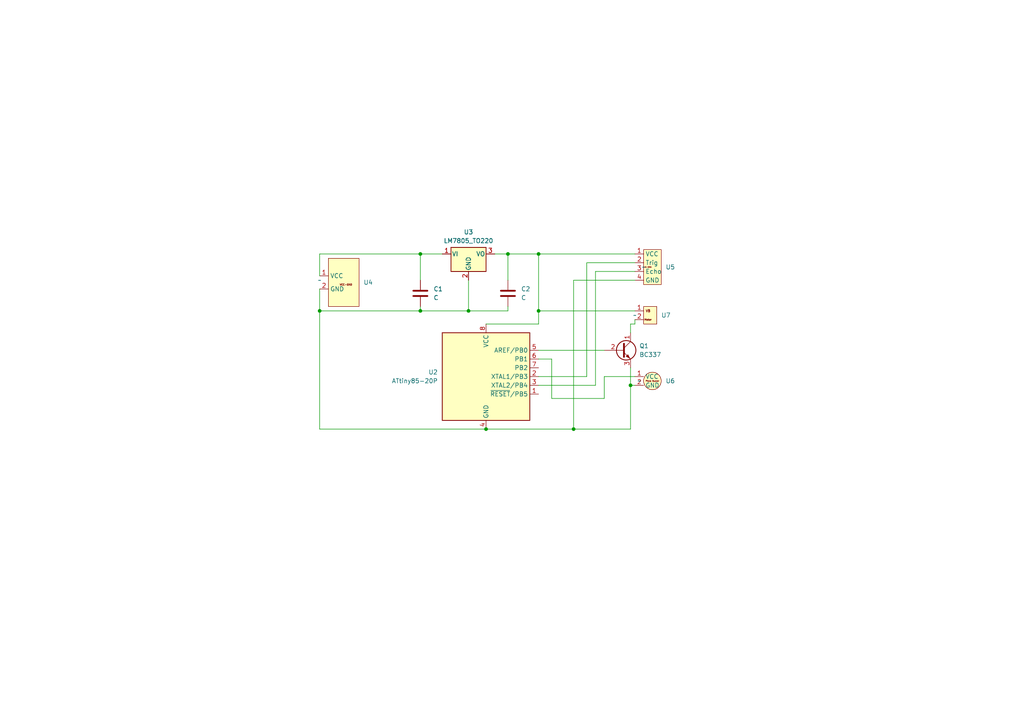
<source format=kicad_sch>
(kicad_sch (version 20230121) (generator eeschema)
  (paper "A4")
  (lib_symbols
    (symbol "Custom_Symbol_Lib:HC-SR04"
      (property "Reference" "U" (at -2.54 0 0))
      (symbol "HC-SR04_1_1"
        (rectangle (start 0 5.08) (end 5.08 -5.08) (fill (type background)))
        (text "HC-SR04" (at 1.27 0 0) (effects (font (size 0.3 0.3))))
        (pin power_in line (at -2.54 3.81 0) (length 2.54) (name "VCC") (number "1"))
        (pin input line (at -2.54 1.27 0) (length 2.54) (name "Trig") (number "2"))
        (pin output line (at -2.54 -1.27 0) (length 2.54) (name "Echo") (number "3"))
        (pin power_out line (at -2.54 -3.81 0) (length 2.54) (name "GND") (number "4"))
      )
    )
    (symbol "Custom_Symbol_Lib:Piezo_Buzzer"
      (property "Reference" "U" (at -1.27 0 0))
      (symbol "Piezo_Buzzer_1_1"
        (circle (center 3.81 0) (radius 2.54) (fill (type background)))
        (text "Piezo Buzzer" (at 3.81 0 0) (effects (font (size 0.4 0.4))))
        (pin power_in line (at -1.27 1.27 0) (length 2.54) (name "VCC") (number "1"))
        (pin power_out line (at -1.27 -1.27 0) (length 2.54) (name "GND") (number "2"))
      )
    )
    (symbol "Custom_Symbol_Lib:Power-Source"
      (property "Reference" "U" (at 0 0 0))
      (symbol "Power-Source_1_1"
        (rectangle (start 2.54 6.35) (end 11.43 -7.62) (fill (type background)))
        (text "VCC-GND" (at 7.62 -1.27 0) (effects (font (size 0.5 0.5))))
        (pin power_in line (at 0 1.27 0) (length 2.54) (name "VCC") (number "1"))
        (pin power_out line (at 0 -2.54 0) (length 2.54) (name "GND") (number "2"))
      )
    )
    (symbol "Custom_Symbol_Lib:Vibration_Motor"
      (property "Reference" "U" (at 0 0 0))
      (symbol "Vibration_Motor_1_1"
        (rectangle (start 2.54 2.54) (end 6.35 -2.54) (fill (type background)))
        (text "Motor" (at 3.81 -1.27 0) (effects (font (size 0.5 0.5))))
        (text "VB" (at 3.81 1.27 0) (effects (font (size 0.7 0.7))))
        (pin power_in line (at 0 1.27 0) (length 2.54) (name "") (number "1"))
        (pin power_out line (at 0 -1.27 0) (length 2.54) (name "") (number "2"))
      )
    )
    (symbol "Device:C" (pin_numbers hide) (pin_names (offset 0.254))
      (property "Reference" "C" (at 0.635 2.54 0))
      (property "Value" "C" (at 0.635 -2.54 0))
      (symbol "C_0_1"
        (polyline (pts (xy -2.032 -0.762) (xy 2.032 -0.762)) (stroke (width 0.508)))
        (polyline (pts (xy -2.032 0.762) (xy 2.032 0.762)) (stroke (width 0.508)))
      )
      (symbol "C_1_1"
        (pin passive line (at 0 3.81 270) (length 2.794) (name "~") (number "1"))
        (pin passive line (at 0 -3.81 90) (length 2.794) (name "~") (number "2"))
      )
    )
    (symbol "MCU_Microchip_ATtiny:ATtiny85-20P"
      (property "Reference" "U" (at -12.7 13.97 0))
      (property "Value" "ATtiny85-20P" (at 2.54 -13.97 0))
      (symbol "ATtiny85-20P_0_1"
        (rectangle (start -12.7 -12.7) (end 12.7 12.7) (stroke (width 0.254)) (fill (type background)))
      )
      (symbol "ATtiny85-20P_1_1"
        (pin bidirectional line (at 15.24 -5.08 180) (length 2.54) (name "~{RESET}/PB5") (number "1"))
        (pin bidirectional line (at 15.24 0 180) (length 2.54) (name "XTAL1/PB3") (number "2"))
        (pin bidirectional line (at 15.24 -2.54 180) (length 2.54) (name "XTAL2/PB4") (number "3"))
        (pin power_in line (at 0 -15.24 90) (length 2.54) (name "GND") (number "4"))
        (pin bidirectional line (at 15.24 7.62 180) (length 2.54) (name "AREF/PB0") (number "5"))
        (pin bidirectional line (at 15.24 5.08 180) (length 2.54) (name "PB1") (number "6"))
        (pin bidirectional line (at 15.24 2.54 180) (length 2.54) (name "PB2") (number "7"))
        (pin power_in line (at 0 15.24 270) (length 2.54) (name "VCC") (number "8"))
      )
    )
    (symbol "Regulator_Linear:LM7805_TO220" (pin_names (offset 0.254))
      (property "Reference" "U" (at -3.81 3.175 0))
      (property "Value" "LM7805_TO220" (at 0 3.175 0))
      (symbol "LM7805_TO220_0_1"
        (rectangle (start -5.08 1.905) (end 5.08 -5.08) (stroke (width 0.254)) (fill (type background)))
      )
      (symbol "LM7805_TO220_1_1"
        (pin power_in line (at -7.62 0 0) (length 2.54) (name "VI") (number "1"))
        (pin power_in line (at 0 -7.62 90) (length 2.54) (name "GND") (number "2"))
        (pin power_out line (at 7.62 0 180) (length 2.54) (name "VO") (number "3"))
      )
    )
    (symbol "Transistor_BJT:BC337" (pin_names (offset 0) hide)
      (property "Reference" "Q" (at 5.08 1.905 0))
      (property "Value" "BC337" (at 5.08 0 0))
      (symbol "BC337_0_1"
        (polyline (pts (xy 0 0) (xy 0.635 0)))
        (polyline (pts (xy 0.635 0.635) (xy 2.54 2.54)))
        (polyline (pts (xy 0.635 -0.635) (xy 2.54 -2.54) (xy 2.54 -2.54)))
        (polyline (pts (xy 0.635 1.905) (xy 0.635 -1.905) (xy 0.635 -1.905)) (stroke (width 0.508)))
        (polyline (pts (xy 1.27 -1.778) (xy 1.778 -1.27) (xy 2.286 -2.286) (xy 1.27 -1.778) (xy 1.27 -1.778)) (fill (type outline)))
        (circle (center 1.27 0) (radius 2.8194) (stroke (width 0.254)))
      )
      (symbol "BC337_1_1"
        (pin passive line (at 2.54 5.08 270) (length 2.54) (name "C") (number "1"))
        (pin input line (at -5.08 0 0) (length 5.08) (name "B") (number "2"))
        (pin passive line (at 2.54 -5.08 90) (length 2.54) (name "E") (number "3"))
      )
    )
  )
  (junction (at 182.88 111.76))
  (junction (at 121.92 73.66))
  (junction (at 147.32 73.66))
  (junction (at 140.97 124.46))
  (junction (at 156.21 73.66))
  (junction (at 135.89 90.17))
  (junction (at 92.71 90.17))
  (junction (at 166.37 124.46))
  (junction (at 156.21 90.17))
  (junction (at 121.92 90.17))
  (wire (pts (xy 170.18 76.2) (xy 184.15 76.2)))
  (wire (pts (xy 160.02 115.57) (xy 160.02 104.14)))
  (wire (pts (xy 92.71 73.66) (xy 121.92 73.66)))
  (wire (pts (xy 182.88 111.76) (xy 182.88 124.46)))
  (wire (pts (xy 121.92 90.17) (xy 135.89 90.17)))
  (wire (pts (xy 184.15 73.66) (xy 156.21 73.66)))
  (wire (pts (xy 182.88 111.76) (xy 184.15 111.76)))
  (wire (pts (xy 147.32 73.66) (xy 147.32 81.28)))
  (wire (pts (xy 160.02 104.14) (xy 156.21 104.14)))
  (wire (pts (xy 184.15 81.28) (xy 166.37 81.28)))
  (wire (pts (xy 121.92 73.66) (xy 121.92 81.28)))
  (wire (pts (xy 156.21 109.22) (xy 170.18 109.22)))
  (wire (pts (xy 92.71 80.01) (xy 92.71 73.66)))
  (wire (pts (xy 182.88 93.98) (xy 182.88 96.52)))
  (wire (pts (xy 184.15 93.98) (xy 182.88 93.98)))
  (wire (pts (xy 121.92 73.66) (xy 128.27 73.66)))
  (wire (pts (xy 135.89 81.28) (xy 135.89 90.17)))
  (wire (pts (xy 147.32 73.66) (xy 143.51 73.66)))
  (wire (pts (xy 92.71 83.82) (xy 92.71 90.17)))
  (wire (pts (xy 184.15 109.22) (xy 175.26 109.22)))
  (wire (pts (xy 184.15 92.71) (xy 184.15 93.98)))
  (wire (pts (xy 156.21 90.17) (xy 156.21 93.98)))
  (wire (pts (xy 140.97 124.46) (xy 92.71 124.46)))
  (wire (pts (xy 156.21 73.66) (xy 156.21 90.17)))
  (wire (pts (xy 172.72 78.74) (xy 172.72 111.76)))
  (wire (pts (xy 147.32 73.66) (xy 156.21 73.66)))
  (wire (pts (xy 175.26 109.22) (xy 175.26 115.57)))
  (wire (pts (xy 166.37 124.46) (xy 182.88 124.46)))
  (wire (pts (xy 166.37 81.28) (xy 166.37 124.46)))
  (wire (pts (xy 140.97 93.98) (xy 156.21 93.98)))
  (wire (pts (xy 156.21 101.6) (xy 175.26 101.6)))
  (wire (pts (xy 92.71 90.17) (xy 92.71 124.46)))
  (wire (pts (xy 92.71 90.17) (xy 121.92 90.17)))
  (wire (pts (xy 135.89 90.17) (xy 147.32 90.17)))
  (wire (pts (xy 170.18 109.22) (xy 170.18 76.2)))
  (wire (pts (xy 121.92 88.9) (xy 121.92 90.17)))
  (wire (pts (xy 172.72 111.76) (xy 156.21 111.76)))
  (wire (pts (xy 184.15 78.74) (xy 172.72 78.74)))
  (wire (pts (xy 182.88 106.68) (xy 182.88 111.76)))
  (wire (pts (xy 175.26 115.57) (xy 160.02 115.57)))
  (wire (pts (xy 140.97 124.46) (xy 166.37 124.46)))
  (wire (pts (xy 147.32 90.17) (xy 147.32 88.9)))
  (wire (pts (xy 156.21 90.17) (xy 184.15 90.17)))
  (symbol (lib_id "Custom_Symbol_Lib:Power-Source") (at 92.71 81.28 0) (unit 1)
    (property "Reference" "U4" (at 105.41 81.915 0) (effects (justify left)))
    (property "Value" "~" (at 92.71 81.28 0))
    (property "Footprint" "Custom_FP_Lib:Power-Source" (effects hide))
  )
  (symbol (lib_id "Device:C") (at 121.92 85.09 0) (unit 1)
    (property "Reference" "C1" (at 125.73 83.82 0) (effects (justify left)))
    (property "Value" "C" (at 125.73 86.36 0) (effects (justify left)))
    (property "Footprint" "Custom_FP_Lib:Through-Hole Cap" (effects hide))
  )
  (symbol (lib_id "Custom_Symbol_Lib:Piezo_Buzzer") (at 185.42 110.49 0) (unit 1)
    (property "Reference" "U6" (at 193.04 110.49 0) (effects (justify left)))
    (property "Value" "~" (at 185.42 110.49 0))
    (property "Footprint" "Custom_FP_Lib:PB_No_Solder" (effects hide))
  )
  (symbol (lib_id "Device:C") (at 147.32 85.09 0) (unit 1)
    (property "Reference" "C2" (at 151.13 83.82 0) (effects (justify left)))
    (property "Value" "C" (at 151.13 86.36 0) (effects (justify left)))
    (property "Footprint" "Custom_FP_Lib:Through-Hole Cap" (effects hide))
  )
  (symbol (lib_id "Regulator_Linear:LM7805_TO220") (at 135.89 73.66 0) (unit 1)
    (property "Reference" "U3" (at 135.89 67.31 0))
    (property "Value" "LM7805_TO220" (at 135.89 69.85 0))
    (property "Footprint" "Package_TO_SOT_THT:TO-220-3_Vertical" (effects hide))
    (property "Datasheet" "https://www.onsemi.cn/PowerSolutions/document/MC7800-D.PDF" (effects hide))
  )
  (symbol (lib_id "MCU_Microchip_ATtiny:ATtiny85-20P") (at 140.97 109.22 0) (unit 1)
    (property "Reference" "U2" (at 127 107.95 0) (effects (justify right)))
    (property "Value" "ATtiny85-20P" (at 127 110.49 0) (effects (justify right)))
    (property "Footprint" "Package_DIP:DIP-8_W7.62mm" (effects hide))
    (property "Datasheet" "http://ww1.microchip.com/downloads/en/DeviceDoc/atmel-2586-avr-8-bit-microcontroller-attiny25-attiny45-attiny85_datasheet.pdf" (effects hide))
  )
  (symbol (lib_id "Custom_Symbol_Lib:HC-SR04") (at 186.69 77.47 0) (unit 1)
    (property "Reference" "U5" (at 193.04 77.47 0) (effects (justify left)))
    (property "Value" "~" (at 186.69 77.47 0))
    (property "Footprint" "Custom_FP_Lib:HC-SR04" (effects hide))
  )
  (symbol (lib_id "Transistor_BJT:BC337") (at 180.34 101.6 0) (unit 1)
    (property "Reference" "Q1" (at 185.42 100.33 0) (effects (justify left)))
    (property "Value" "BC337" (at 185.42 102.87 0) (effects (justify left)))
    (property "Footprint" "Package_TO_SOT_THT:TO-92_Inline" (effects hide))
    (property "Datasheet" "https://diotec.com/tl_files/diotec/files/pdf/datasheets/bc337.pdf" (effects hide))
  )
  (symbol (lib_id "Custom_Symbol_Lib:Vibration_Motor") (at 184.15 91.44 0) (unit 1)
    (property "Reference" "U7" (at 191.77 91.44 0) (effects (justify left)))
    (property "Value" "~" (at 184.15 91.44 0))
  )
)
</source>
